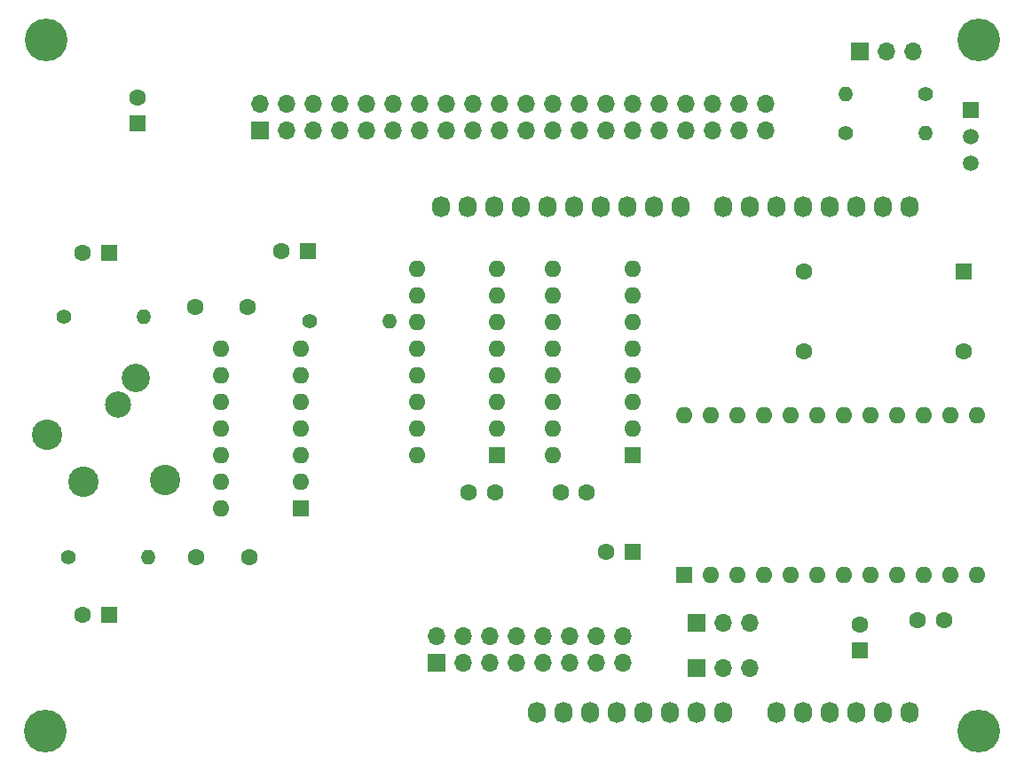
<source format=gbs>
G04 #@! TF.GenerationSoftware,KiCad,Pcbnew,(5.0.0-3-g5ebb6b6)*
G04 #@! TF.CreationDate,2019-01-15T21:50:23+09:00*
G04 #@! TF.ProjectId,YM2151,594D323135312E6B696361645F706362,rev?*
G04 #@! TF.SameCoordinates,Original*
G04 #@! TF.FileFunction,Soldermask,Bot*
G04 #@! TF.FilePolarity,Negative*
%FSLAX46Y46*%
G04 Gerber Fmt 4.6, Leading zero omitted, Abs format (unit mm)*
G04 Created by KiCad (PCBNEW (5.0.0-3-g5ebb6b6)) date *
%MOMM*%
%LPD*%
G01*
G04 APERTURE LIST*
%ADD10R,1.600000X1.600000*%
%ADD11C,1.600000*%
%ADD12C,1.400000*%
%ADD13O,1.400000X1.400000*%
%ADD14R,1.700000X1.700000*%
%ADD15O,1.700000X1.700000*%
%ADD16C,1.500000*%
%ADD17R,1.500000X1.500000*%
%ADD18O,1.600000X1.600000*%
%ADD19C,2.900000*%
%ADD20C,2.700000*%
%ADD21C,2.500000*%
%ADD22O,1.727200X2.032000*%
%ADD23C,4.064000*%
G04 APERTURE END LIST*
D10*
G04 #@! TO.C,C1*
X117028000Y-79853000D03*
D11*
X114528000Y-79853000D03*
G04 #@! TD*
G04 #@! TO.C,C4*
X95605000Y-79980000D03*
D10*
X98105000Y-79980000D03*
G04 #@! TD*
G04 #@! TO.C,C5*
X98105000Y-114524000D03*
D11*
X95605000Y-114524000D03*
G04 #@! TD*
G04 #@! TO.C,C6*
X145516000Y-108555000D03*
D10*
X148016000Y-108555000D03*
G04 #@! TD*
G04 #@! TO.C,C10*
X169733000Y-117953000D03*
D11*
X169733000Y-115453000D03*
G04 #@! TD*
D12*
G04 #@! TO.C,R5*
X117268000Y-86495000D03*
D13*
X124888000Y-86495000D03*
G04 #@! TD*
D14*
G04 #@! TO.C,JP3*
X129347000Y-119096000D03*
D15*
X129347000Y-116556000D03*
X131887000Y-119096000D03*
X131887000Y-116556000D03*
X134427000Y-119096000D03*
X134427000Y-116556000D03*
X136967000Y-119096000D03*
X136967000Y-116556000D03*
X139507000Y-119096000D03*
X139507000Y-116556000D03*
X142047000Y-119096000D03*
X142047000Y-116556000D03*
X144587000Y-119096000D03*
X144587000Y-116556000D03*
X147127000Y-119096000D03*
X147127000Y-116556000D03*
G04 #@! TD*
D14*
G04 #@! TO.C,JP4*
X112488000Y-68305000D03*
D15*
X112488000Y-65765000D03*
X115028000Y-68305000D03*
X115028000Y-65765000D03*
X117568000Y-68305000D03*
X117568000Y-65765000D03*
X120108000Y-68305000D03*
X120108000Y-65765000D03*
X122648000Y-68305000D03*
X122648000Y-65765000D03*
X125188000Y-68305000D03*
X125188000Y-65765000D03*
X127728000Y-68305000D03*
X127728000Y-65765000D03*
X130268000Y-68305000D03*
X130268000Y-65765000D03*
X132808000Y-68305000D03*
X132808000Y-65765000D03*
X135348000Y-68305000D03*
X135348000Y-65765000D03*
X137888000Y-68305000D03*
X137888000Y-65765000D03*
X140428000Y-68305000D03*
X140428000Y-65765000D03*
X142968000Y-68305000D03*
X142968000Y-65765000D03*
X145508000Y-68305000D03*
X145508000Y-65765000D03*
X148048000Y-68305000D03*
X148048000Y-65765000D03*
X150588000Y-68305000D03*
X150588000Y-65765000D03*
X153128000Y-68305000D03*
X153128000Y-65765000D03*
X155668000Y-68305000D03*
X155668000Y-65765000D03*
X158208000Y-68305000D03*
X158208000Y-65765000D03*
X160748000Y-68305000D03*
X160748000Y-65765000D03*
G04 #@! TD*
D10*
G04 #@! TO.C,C11*
X100772000Y-67661000D03*
D11*
X100772000Y-65161000D03*
G04 #@! TD*
G04 #@! TO.C,C7*
X134935000Y-102840000D03*
X132435000Y-102840000D03*
G04 #@! TD*
G04 #@! TO.C,C8*
X177734000Y-115032000D03*
X175234000Y-115032000D03*
G04 #@! TD*
G04 #@! TO.C,C9*
X141158000Y-102840000D03*
X143658000Y-102840000D03*
G04 #@! TD*
D15*
G04 #@! TO.C,JP1*
X159192000Y-115286000D03*
X156652000Y-115286000D03*
D14*
X154112000Y-115286000D03*
G04 #@! TD*
G04 #@! TO.C,JP2*
X154112000Y-119604000D03*
D15*
X156652000Y-119604000D03*
X159192000Y-119604000D03*
G04 #@! TD*
D16*
G04 #@! TO.C,Q1*
X180274000Y-68931000D03*
X180274000Y-71471000D03*
D17*
X180274000Y-66391000D03*
G04 #@! TD*
D10*
G04 #@! TO.C,U4*
X148016000Y-99284000D03*
D18*
X140396000Y-81504000D03*
X148016000Y-96744000D03*
X140396000Y-84044000D03*
X148016000Y-94204000D03*
X140396000Y-86584000D03*
X148016000Y-91664000D03*
X140396000Y-89124000D03*
X148016000Y-89124000D03*
X140396000Y-91664000D03*
X148016000Y-86584000D03*
X140396000Y-94204000D03*
X148016000Y-84044000D03*
X140396000Y-96744000D03*
X148016000Y-81504000D03*
X140396000Y-99284000D03*
G04 #@! TD*
D13*
G04 #@! TO.C,R3*
X175956000Y-68550000D03*
D12*
X168336000Y-68550000D03*
G04 #@! TD*
G04 #@! TO.C,R4*
X175956000Y-64867000D03*
D13*
X168336000Y-64867000D03*
G04 #@! TD*
D19*
G04 #@! TO.C,J1*
X92178000Y-97335000D03*
D20*
X100678000Y-91935000D03*
D21*
X98978000Y-94435000D03*
D19*
X103478000Y-101635000D03*
X95678000Y-101835000D03*
G04 #@! TD*
D11*
G04 #@! TO.C,C3*
X106440000Y-109063000D03*
X111440000Y-109063000D03*
G04 #@! TD*
G04 #@! TO.C,C2*
X111313000Y-85187000D03*
X106313000Y-85187000D03*
G04 #@! TD*
D22*
G04 #@! TO.C,P1*
X138938000Y-123825000D03*
X141478000Y-123825000D03*
X144018000Y-123825000D03*
X146558000Y-123825000D03*
X149098000Y-123825000D03*
X151638000Y-123825000D03*
X154178000Y-123825000D03*
X156718000Y-123825000D03*
G04 #@! TD*
G04 #@! TO.C,P2*
X161798000Y-123825000D03*
X164338000Y-123825000D03*
X166878000Y-123825000D03*
X169418000Y-123825000D03*
X171958000Y-123825000D03*
X174498000Y-123825000D03*
G04 #@! TD*
G04 #@! TO.C,P3*
X129794000Y-75565000D03*
X132334000Y-75565000D03*
X134874000Y-75565000D03*
X137414000Y-75565000D03*
X139954000Y-75565000D03*
X142494000Y-75565000D03*
X145034000Y-75565000D03*
X147574000Y-75565000D03*
X150114000Y-75565000D03*
X152654000Y-75565000D03*
G04 #@! TD*
G04 #@! TO.C,P4*
X156718000Y-75565000D03*
X159258000Y-75565000D03*
X161798000Y-75565000D03*
X164338000Y-75565000D03*
X166878000Y-75565000D03*
X169418000Y-75565000D03*
X171958000Y-75565000D03*
X174498000Y-75565000D03*
G04 #@! TD*
D23*
G04 #@! TO.C,P5*
X92048000Y-125635000D03*
G04 #@! TD*
G04 #@! TO.C,P6*
X181038000Y-125645000D03*
G04 #@! TD*
G04 #@! TO.C,P7*
X92058000Y-59695000D03*
G04 #@! TD*
G04 #@! TO.C,P8*
X181048000Y-59655000D03*
G04 #@! TD*
D12*
G04 #@! TO.C,R1*
X93748000Y-86075000D03*
D13*
X101368000Y-86075000D03*
G04 #@! TD*
D12*
G04 #@! TO.C,R2*
X94168000Y-109063000D03*
D13*
X101788000Y-109063000D03*
G04 #@! TD*
D10*
G04 #@! TO.C,U1*
X152969000Y-110714000D03*
D18*
X180909000Y-95474000D03*
X155509000Y-110714000D03*
X178369000Y-95474000D03*
X158049000Y-110714000D03*
X175829000Y-95474000D03*
X160589000Y-110714000D03*
X173289000Y-95474000D03*
X163129000Y-110714000D03*
X170749000Y-95474000D03*
X165669000Y-110714000D03*
X168209000Y-95474000D03*
X168209000Y-110714000D03*
X165669000Y-95474000D03*
X170749000Y-110714000D03*
X163129000Y-95474000D03*
X173289000Y-110714000D03*
X160589000Y-95474000D03*
X175829000Y-110714000D03*
X158049000Y-95474000D03*
X178369000Y-110714000D03*
X155509000Y-95474000D03*
X180909000Y-110714000D03*
X152969000Y-95474000D03*
G04 #@! TD*
D10*
G04 #@! TO.C,U2*
X135062000Y-99284000D03*
D18*
X127442000Y-81504000D03*
X135062000Y-96744000D03*
X127442000Y-84044000D03*
X135062000Y-94204000D03*
X127442000Y-86584000D03*
X135062000Y-91664000D03*
X127442000Y-89124000D03*
X135062000Y-89124000D03*
X127442000Y-91664000D03*
X135062000Y-86584000D03*
X127442000Y-94204000D03*
X135062000Y-84044000D03*
X127442000Y-96744000D03*
X135062000Y-81504000D03*
X127442000Y-99284000D03*
G04 #@! TD*
D10*
G04 #@! TO.C,U3*
X116393000Y-104364000D03*
D18*
X108773000Y-89124000D03*
X116393000Y-101824000D03*
X108773000Y-91664000D03*
X116393000Y-99284000D03*
X108773000Y-94204000D03*
X116393000Y-96744000D03*
X108773000Y-96744000D03*
X116393000Y-94204000D03*
X108773000Y-99284000D03*
X116393000Y-91664000D03*
X108773000Y-101824000D03*
X116393000Y-89124000D03*
X108773000Y-104364000D03*
G04 #@! TD*
D10*
G04 #@! TO.C,O1*
X179639000Y-81758000D03*
D11*
X179639000Y-89378000D03*
X164399000Y-89378000D03*
X164399000Y-81758000D03*
G04 #@! TD*
D14*
G04 #@! TO.C,JP5*
X169733000Y-60803000D03*
D15*
X172273000Y-60803000D03*
X174813000Y-60803000D03*
G04 #@! TD*
M02*

</source>
